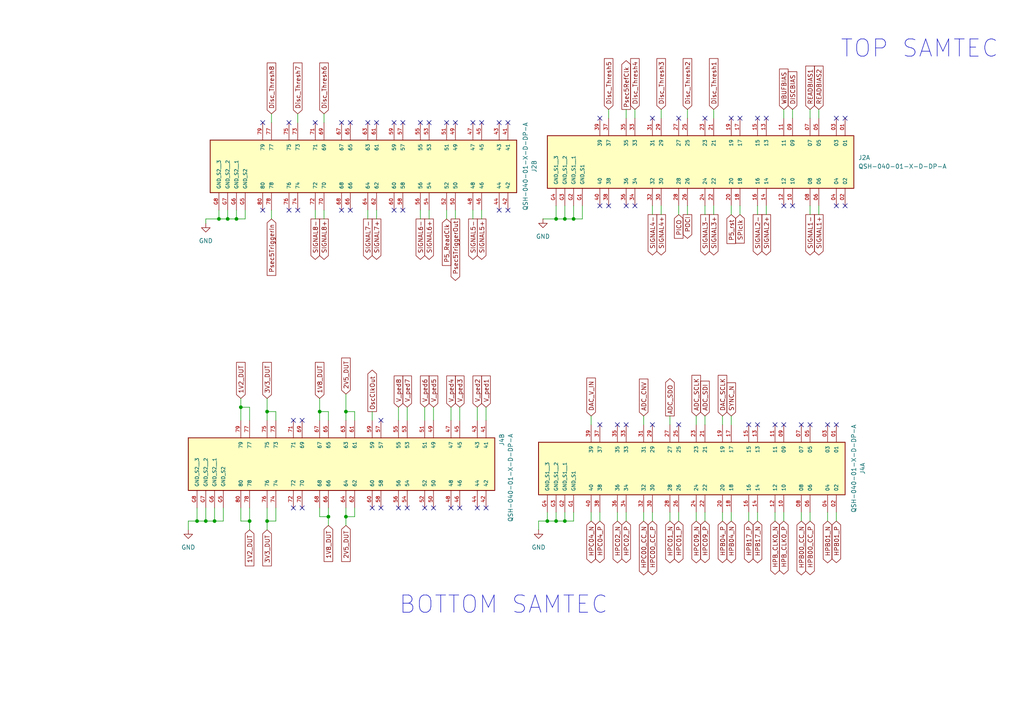
<source format=kicad_sch>
(kicad_sch (version 20250114) (generator "eeschema") (generator_version "9.0")
  (paper "A4")
  (lib_symbols
    (symbol "PSEC5_ctrlbd:QSH-040-01-X-D-DP-A" (pin_names (offset 1.016))
      (property "Reference" "J" (at -7.62 41.275 0))
      (property "Value" "QSH-040-01-X-D-DP-A" (at -11.43 -50.8 0))
      (symbol "QSH-040-01-X-D-DP-A_1_0"
        (rectangle (start -7.62 -48.26) (end 7.62 40.64) (stroke (width 0.254)) (fill (type background)))
        (pin passive line (at -12.7 38.1 0) (length 5.08) (name "01") (number "01"))
        (pin passive line (at -12.7 35.56 0) (length 5.08) (name "03") (number "03"))
        (pin passive line (at -12.7 30.48 0) (length 5.08) (name "05") (number "05"))
        (pin passive line (at -12.7 27.94 0) (length 5.08) (name "07") (number "07"))
        (pin passive line (at -12.7 22.86 0) (length 5.08) (name "09") (number "09"))
        (pin passive line (at -12.7 20.32 0) (length 5.08) (name "11") (number "11"))
        (pin passive line (at -12.7 15.24 0) (length 5.08) (name "13") (number "13"))
        (pin passive line (at -12.7 12.7 0) (length 5.08) (name "15") (number "15"))
        (pin passive line (at -12.7 7.62 0) (length 5.08) (name "17") (number "17"))
        (pin passive line (at -12.7 5.08 0) (length 5.08) (name "19") (number "19"))
        (pin passive line (at -12.7 0 0) (length 5.08) (name "21") (number "21"))
        (pin passive line (at -12.7 -2.54 0) (length 5.08) (name "23") (number "23"))
        (pin passive line (at -12.7 -7.62 0) (length 5.08) (name "25") (number "25"))
        (pin passive line (at -12.7 -10.16 0) (length 5.08) (name "27") (number "27"))
        (pin passive line (at -12.7 -15.24 0) (length 5.08) (name "29") (number "29"))
        (pin passive line (at -12.7 -17.78 0) (length 5.08) (name "31") (number "31"))
        (pin passive line (at -12.7 -22.86 0) (length 5.08) (name "33") (number "33"))
        (pin passive line (at -12.7 -25.4 0) (length 5.08) (name "35") (number "35"))
        (pin passive line (at -12.7 -30.48 0) (length 5.08) (name "37") (number "37"))
        (pin passive line (at -12.7 -33.02 0) (length 5.08) (name "39") (number "39"))
        (pin passive line (at 12.7 38.1 180) (length 5.08) (name "02") (number "02"))
        (pin passive line (at 12.7 35.56 180) (length 5.08) (name "04") (number "04"))
        (pin passive line (at 12.7 30.48 180) (length 5.08) (name "06") (number "06"))
        (pin passive line (at 12.7 27.94 180) (length 5.08) (name "08") (number "08"))
        (pin passive line (at 12.7 22.86 180) (length 5.08) (name "10") (number "10"))
        (pin passive line (at 12.7 20.32 180) (length 5.08) (name "12") (number "12"))
        (pin passive line (at 12.7 15.24 180) (length 5.08) (name "14") (number "14"))
        (pin passive line (at 12.7 12.7 180) (length 5.08) (name "16") (number "16"))
        (pin passive line (at 12.7 7.62 180) (length 5.08) (name "18") (number "18"))
        (pin passive line (at 12.7 5.08 180) (length 5.08) (name "20") (number "20"))
        (pin passive line (at 12.7 0 180) (length 5.08) (name "22") (number "22"))
        (pin passive line (at 12.7 -2.54 180) (length 5.08) (name "24") (number "24"))
        (pin passive line (at 12.7 -7.62 180) (length 5.08) (name "26") (number "26"))
        (pin passive line (at 12.7 -10.16 180) (length 5.08) (name "28") (number "28"))
        (pin passive line (at 12.7 -15.24 180) (length 5.08) (name "30") (number "30"))
        (pin passive line (at 12.7 -17.78 180) (length 5.08) (name "32") (number "32"))
        (pin passive line (at 12.7 -22.86 180) (length 5.08) (name "34") (number "34"))
        (pin passive line (at 12.7 -25.4 180) (length 5.08) (name "36") (number "36"))
        (pin passive line (at 12.7 -30.48 180) (length 5.08) (name "38") (number "38"))
        (pin passive line (at 12.7 -33.02 180) (length 5.08) (name "40") (number "40"))
        (pin power_in line (at 12.7 -38.1 180) (length 5.08) (name "GND_S1") (number "G1"))
        (pin power_in line (at 12.7 -40.64 180) (length 5.08) (name "GND_S1__1") (number "G2"))
        (pin power_in line (at 12.7 -43.18 180) (length 5.08) (name "GND_S1__2") (number "G3"))
        (pin power_in line (at 12.7 -45.72 180) (length 5.08) (name "GND_S1__3") (number "G4"))
      )
      (symbol "QSH-040-01-X-D-DP-A_2_0"
        (rectangle (start -7.62 -48.26) (end 7.62 40.64) (stroke (width 0.254)) (fill (type background)))
        (pin passive line (at -12.7 38.1 0) (length 5.08) (name "41") (number "41"))
        (pin passive line (at -12.7 35.56 0) (length 5.08) (name "43") (number "43"))
        (pin passive line (at -12.7 30.48 0) (length 5.08) (name "45") (number "45"))
        (pin passive line (at -12.7 27.94 0) (length 5.08) (name "47") (number "47"))
        (pin passive line (at -12.7 22.86 0) (length 5.08) (name "49") (number "49"))
        (pin passive line (at -12.7 20.32 0) (length 5.08) (name "51") (number "51"))
        (pin passive line (at -12.7 15.24 0) (length 5.08) (name "53") (number "53"))
        (pin passive line (at -12.7 12.7 0) (length 5.08) (name "55") (number "55"))
        (pin passive line (at -12.7 7.62 0) (length 5.08) (name "57") (number "57"))
        (pin passive line (at -12.7 5.08 0) (length 5.08) (name "59") (number "59"))
        (pin passive line (at -12.7 0 0) (length 5.08) (name "61") (number "61"))
        (pin passive line (at -12.7 -2.54 0) (length 5.08) (name "63") (number "63"))
        (pin passive line (at -12.7 -7.62 0) (length 5.08) (name "65") (number "65"))
        (pin passive line (at -12.7 -10.16 0) (length 5.08) (name "67") (number "67"))
        (pin passive line (at -12.7 -15.24 0) (length 5.08) (name "69") (number "69"))
        (pin passive line (at -12.7 -17.78 0) (length 5.08) (name "71") (number "71"))
        (pin passive line (at -12.7 -22.86 0) (length 5.08) (name "73") (number "73"))
        (pin passive line (at -12.7 -25.4 0) (length 5.08) (name "75") (number "75"))
        (pin passive line (at -12.7 -30.48 0) (length 5.08) (name "77") (number "77"))
        (pin passive line (at -12.7 -33.02 0) (length 5.08) (name "79") (number "79"))
        (pin passive line (at 12.7 38.1 180) (length 5.08) (name "42") (number "42"))
        (pin passive line (at 12.7 35.56 180) (length 5.08) (name "44") (number "44"))
        (pin passive line (at 12.7 30.48 180) (length 5.08) (name "46") (number "46"))
        (pin passive line (at 12.7 27.94 180) (length 5.08) (name "48") (number "48"))
        (pin passive line (at 12.7 22.86 180) (length 5.08) (name "50") (number "50"))
        (pin passive line (at 12.7 20.32 180) (length 5.08) (name "52") (number "52"))
        (pin passive line (at 12.7 15.24 180) (length 5.08) (name "54") (number "54"))
        (pin passive line (at 12.7 12.7 180) (length 5.08) (name "56") (number "56"))
        (pin passive line (at 12.7 7.62 180) (length 5.08) (name "58") (number "58"))
        (pin passive line (at 12.7 5.08 180) (length 5.08) (name "60") (number "60"))
        (pin passive line (at 12.7 0 180) (length 5.08) (name "62") (number "62"))
        (pin passive line (at 12.7 -2.54 180) (length 5.08) (name "64") (number "64"))
        (pin passive line (at 12.7 -7.62 180) (length 5.08) (name "66") (number "66"))
        (pin passive line (at 12.7 -10.16 180) (length 5.08) (name "68") (number "68"))
        (pin passive line (at 12.7 -15.24 180) (length 5.08) (name "70") (number "70"))
        (pin passive line (at 12.7 -17.78 180) (length 5.08) (name "72") (number "72"))
        (pin passive line (at 12.7 -22.86 180) (length 5.08) (name "74") (number "74"))
        (pin passive line (at 12.7 -25.4 180) (length 5.08) (name "76") (number "76"))
        (pin passive line (at 12.7 -30.48 180) (length 5.08) (name "78") (number "78"))
        (pin passive line (at 12.7 -33.02 180) (length 5.08) (name "80") (number "80"))
        (pin power_in line (at 12.7 -38.1 180) (length 5.08) (name "GND_S2") (number "G5"))
        (pin power_in line (at 12.7 -40.64 180) (length 5.08) (name "GND_S2__1") (number "G6"))
        (pin power_in line (at 12.7 -43.18 180) (length 5.08) (name "GND_S2__2") (number "G7"))
        (pin power_in line (at 12.7 -45.72 180) (length 5.08) (name "GND_S2__3") (number "G8"))
      )
    )
    (symbol "power:GND" (power) (pin_numbers (hide yes)) (pin_names (offset 0) (hide yes))
      (property "Value" "GND" (at 0 -3.81 0))
      (symbol "GND_0_1"
        (polyline (pts (xy 0 0) (xy 0 -1.27) (xy 1.27 -1.27) (xy 0 -2.54) (xy -1.27 -1.27) (xy 0 -1.27)))
      )
      (symbol "GND_1_1"
        (pin power_in line (at 0 0 270) (length 0) (name "~") (number "1"))
      )
    )
  )
  (text "BOTTOM SAMTEC\n" (at 146.05 175.514 0) (effects (font (size 5 5))))
  (text "TOP SAMTEC" (at 266.7 14.224 0) (effects (font (size 5 5))))
  (junction (at 161.29 63.5))
  (junction (at 158.75 151.13))
  (junction (at 163.83 63.5))
  (junction (at 163.83 151.13))
  (junction (at 92.71 119.38))
  (junction (at 72.39 151.13))
  (junction (at 62.23 151.13))
  (junction (at 63.5 63.5))
  (junction (at 100.33 119.38))
  (junction (at 66.04 63.5))
  (junction (at 59.69 151.13))
  (junction (at 161.29 151.13))
  (junction (at 166.37 63.5))
  (junction (at 77.47 119.38))
  (junction (at 95.25 149.86))
  (junction (at 68.58 63.5))
  (junction (at 77.47 151.13))
  (junction (at 100.33 149.86))
  (junction (at 69.85 118.11))
  (junction (at 57.15 151.13))
  (no_connect (at 173.99 59.69))
  (no_connect (at 130.81 147.32))
  (no_connect (at 91.44 35.56))
  (no_connect (at 242.57 34.29))
  (no_connect (at 110.49 121.92))
  (no_connect (at 144.78 35.56))
  (no_connect (at 107.95 147.32))
  (no_connect (at 116.84 35.56))
  (no_connect (at 219.71 34.29))
  (no_connect (at 229.87 59.69))
  (no_connect (at 125.73 147.32))
  (no_connect (at 245.11 59.69))
  (no_connect (at 121.92 35.56))
  (no_connect (at 118.11 147.32))
  (no_connect (at 99.06 60.96))
  (no_connect (at 224.79 123.19))
  (no_connect (at 85.09 121.92))
  (no_connect (at 87.63 121.92))
  (no_connect (at 85.09 147.32))
  (no_connect (at 176.53 59.69))
  (no_connect (at 222.25 34.29))
  (no_connect (at 76.2 35.56))
  (no_connect (at 234.95 123.19))
  (no_connect (at 214.63 34.29))
  (no_connect (at 232.41 123.19))
  (no_connect (at 173.99 34.29))
  (no_connect (at 114.3 35.56))
  (no_connect (at 138.43 147.32))
  (no_connect (at 129.54 35.56))
  (no_connect (at 139.7 35.56))
  (no_connect (at 212.09 34.29))
  (no_connect (at 147.32 35.56))
  (no_connect (at 217.17 123.19))
  (no_connect (at 204.47 34.29))
  (no_connect (at 189.23 34.29))
  (no_connect (at 219.71 123.19))
  (no_connect (at 124.46 35.56))
  (no_connect (at 101.6 60.96))
  (no_connect (at 181.61 123.19))
  (no_connect (at 101.6 35.56))
  (no_connect (at 123.19 147.32))
  (no_connect (at 109.22 35.56))
  (no_connect (at 227.33 59.69))
  (no_connect (at 140.97 147.32))
  (no_connect (at 133.35 147.32))
  (no_connect (at 76.2 60.96))
  (no_connect (at 106.68 35.56))
  (no_connect (at 173.99 123.19))
  (no_connect (at 196.85 123.19))
  (no_connect (at 144.78 60.96))
  (no_connect (at 87.63 147.32))
  (no_connect (at 184.15 59.69))
  (no_connect (at 115.57 147.32))
  (no_connect (at 99.06 35.56))
  (no_connect (at 114.3 60.96))
  (no_connect (at 116.84 60.96))
  (no_connect (at 227.33 123.19))
  (no_connect (at 179.07 123.19))
  (no_connect (at 132.08 35.56))
  (no_connect (at 245.11 34.29))
  (no_connect (at 240.03 123.19))
  (no_connect (at 147.32 60.96))
  (no_connect (at 196.85 34.29))
  (no_connect (at 137.16 35.56))
  (no_connect (at 242.57 123.19))
  (no_connect (at 86.36 60.96))
  (no_connect (at 242.57 59.69))
  (no_connect (at 83.82 35.56))
  (no_connect (at 83.82 60.96))
  (no_connect (at 181.61 59.69))
  (no_connect (at 189.23 123.19))
  (no_connect (at 110.49 147.32))
  (wire (pts (xy 69.85 147.32) (xy 69.85 151.13)))
  (wire (pts (xy 237.49 59.69) (xy 237.49 62.23)))
  (wire (pts (xy 161.29 63.5) (xy 163.83 63.5)))
  (wire (pts (xy 189.23 148.59) (xy 189.23 151.13)))
  (wire (pts (xy 209.55 120.65) (xy 209.55 123.19)))
  (wire (pts (xy 118.11 118.11) (xy 118.11 121.92)))
  (wire (pts (xy 133.35 118.11) (xy 133.35 121.92)))
  (wire (pts (xy 199.39 59.69) (xy 199.39 62.23)))
  (wire (pts (xy 229.87 31.75) (xy 229.87 34.29)))
  (wire (pts (xy 95.25 119.38) (xy 92.71 119.38)))
  (wire (pts (xy 77.47 119.38) (xy 77.47 121.92)))
  (wire (pts (xy 194.31 148.59) (xy 194.31 151.13)))
  (wire (pts (xy 217.17 148.59) (xy 217.17 151.13)))
  (wire (pts (xy 204.47 59.69) (xy 204.47 62.23)))
  (wire (pts (xy 163.83 63.5) (xy 166.37 63.5)))
  (wire (pts (xy 196.85 59.69) (xy 196.85 62.23)))
  (wire (pts (xy 227.33 31.75) (xy 227.33 34.29)))
  (wire (pts (xy 137.16 60.96) (xy 137.16 63.5)))
  (wire (pts (xy 69.85 115.57) (xy 69.85 118.11)))
  (wire (pts (xy 125.73 118.11) (xy 125.73 121.92)))
  (wire (pts (xy 163.83 148.59) (xy 163.83 151.13)))
  (wire (pts (xy 63.5 63.5) (xy 66.04 63.5)))
  (wire (pts (xy 100.33 119.38) (xy 100.33 121.92)))
  (wire (pts (xy 191.77 59.69) (xy 191.77 62.23)))
  (wire (pts (xy 212.09 120.65) (xy 212.09 123.19)))
  (wire (pts (xy 92.71 149.86) (xy 95.25 149.86)))
  (wire (pts (xy 102.87 149.86) (xy 100.33 149.86)))
  (wire (pts (xy 80.01 121.92) (xy 80.01 119.38)))
  (wire (pts (xy 80.01 119.38) (xy 77.47 119.38)))
  (wire (pts (xy 54.61 151.13) (xy 54.61 153.67)))
  (wire (pts (xy 138.43 118.11) (xy 138.43 121.92)))
  (wire (pts (xy 219.71 59.69) (xy 219.71 62.23)))
  (wire (pts (xy 166.37 59.69) (xy 166.37 63.5)))
  (wire (pts (xy 115.57 118.11) (xy 115.57 121.92)))
  (wire (pts (xy 158.75 151.13) (xy 161.29 151.13)))
  (wire (pts (xy 184.15 31.75) (xy 184.15 34.29)))
  (wire (pts (xy 168.91 59.69) (xy 168.91 63.5)))
  (wire (pts (xy 129.54 60.96) (xy 129.54 63.5)))
  (wire (pts (xy 72.39 118.11) (xy 69.85 118.11)))
  (wire (pts (xy 173.99 148.59) (xy 173.99 151.13)))
  (wire (pts (xy 78.74 60.96) (xy 78.74 63.5)))
  (wire (pts (xy 59.69 151.13) (xy 57.15 151.13)))
  (wire (pts (xy 64.77 151.13) (xy 62.23 151.13)))
  (wire (pts (xy 100.33 149.86) (xy 100.33 147.32)))
  (wire (pts (xy 72.39 151.13) (xy 72.39 153.67)))
  (wire (pts (xy 80.01 147.32) (xy 80.01 151.13)))
  (wire (pts (xy 66.04 60.96) (xy 66.04 63.5)))
  (wire (pts (xy 72.39 121.92) (xy 72.39 118.11)))
  (wire (pts (xy 64.77 147.32) (xy 64.77 151.13)))
  (wire (pts (xy 209.55 148.59) (xy 209.55 151.13)))
  (wire (pts (xy 124.46 60.96) (xy 124.46 63.5)))
  (wire (pts (xy 59.69 63.5) (xy 63.5 63.5)))
  (wire (pts (xy 158.75 148.59) (xy 158.75 151.13)))
  (wire (pts (xy 102.87 147.32) (xy 102.87 149.86)))
  (wire (pts (xy 157.48 63.5) (xy 161.29 63.5)))
  (wire (pts (xy 123.19 118.11) (xy 123.19 121.92)))
  (wire (pts (xy 176.53 31.75) (xy 176.53 34.29)))
  (wire (pts (xy 166.37 148.59) (xy 166.37 151.13)))
  (wire (pts (xy 161.29 151.13) (xy 163.83 151.13)))
  (wire (pts (xy 59.69 63.5) (xy 59.69 64.77)))
  (wire (pts (xy 196.85 148.59) (xy 196.85 151.13)))
  (wire (pts (xy 59.69 147.32) (xy 59.69 151.13)))
  (wire (pts (xy 234.95 59.69) (xy 234.95 62.23)))
  (wire (pts (xy 186.69 148.59) (xy 186.69 151.13)))
  (wire (pts (xy 93.98 60.96) (xy 93.98 63.5)))
  (wire (pts (xy 71.12 60.96) (xy 71.12 63.5)))
  (wire (pts (xy 95.25 149.86) (xy 95.25 147.32)))
  (wire (pts (xy 207.01 31.75) (xy 207.01 34.29)))
  (wire (pts (xy 100.33 119.38) (xy 102.87 119.38)))
  (wire (pts (xy 140.97 118.11) (xy 140.97 121.92)))
  (wire (pts (xy 242.57 148.59) (xy 242.57 151.13)))
  (wire (pts (xy 92.71 115.57) (xy 92.71 119.38)))
  (wire (pts (xy 93.98 33.02) (xy 93.98 35.56)))
  (wire (pts (xy 181.61 148.59) (xy 181.61 151.13)))
  (wire (pts (xy 77.47 151.13) (xy 77.47 147.32)))
  (wire (pts (xy 189.23 59.69) (xy 189.23 62.23)))
  (wire (pts (xy 199.39 31.75) (xy 199.39 34.29)))
  (wire (pts (xy 156.21 151.13) (xy 156.21 153.67)))
  (wire (pts (xy 212.09 59.69) (xy 212.09 62.23)))
  (wire (pts (xy 66.04 63.5) (xy 68.58 63.5)))
  (wire (pts (xy 100.33 149.86) (xy 100.33 152.4)))
  (wire (pts (xy 232.41 148.59) (xy 232.41 151.13)))
  (wire (pts (xy 234.95 31.75) (xy 234.95 34.29)))
  (wire (pts (xy 102.87 121.92) (xy 102.87 119.38)))
  (wire (pts (xy 130.81 118.11) (xy 130.81 121.92)))
  (wire (pts (xy 201.93 148.59) (xy 201.93 151.13)))
  (wire (pts (xy 109.22 60.96) (xy 109.22 63.5)))
  (wire (pts (xy 72.39 147.32) (xy 72.39 151.13)))
  (wire (pts (xy 171.45 148.59) (xy 171.45 151.13)))
  (wire (pts (xy 106.68 60.96) (xy 106.68 63.5)))
  (wire (pts (xy 77.47 151.13) (xy 77.47 153.67)))
  (wire (pts (xy 68.58 63.5) (xy 71.12 63.5)))
  (wire (pts (xy 163.83 59.69) (xy 163.83 63.5)))
  (wire (pts (xy 78.74 33.02) (xy 78.74 35.56)))
  (wire (pts (xy 107.95 119.38) (xy 107.95 121.92)))
  (wire (pts (xy 69.85 151.13) (xy 72.39 151.13)))
  (wire (pts (xy 224.79 148.59) (xy 224.79 151.13)))
  (wire (pts (xy 80.01 151.13) (xy 77.47 151.13)))
  (wire (pts (xy 222.25 59.69) (xy 222.25 62.23)))
  (wire (pts (xy 161.29 148.59) (xy 161.29 151.13)))
  (wire (pts (xy 201.93 120.65) (xy 201.93 123.19)))
  (wire (pts (xy 181.61 31.75) (xy 181.61 34.29)))
  (wire (pts (xy 171.45 120.65) (xy 171.45 123.19)))
  (wire (pts (xy 212.09 148.59) (xy 212.09 151.13)))
  (wire (pts (xy 204.47 148.59) (xy 204.47 151.13)))
  (wire (pts (xy 139.7 60.96) (xy 139.7 63.5)))
  (wire (pts (xy 57.15 151.13) (xy 54.61 151.13)))
  (wire (pts (xy 186.69 120.65) (xy 186.69 123.19)))
  (wire (pts (xy 92.71 147.32) (xy 92.71 149.86)))
  (wire (pts (xy 166.37 63.5) (xy 168.91 63.5)))
  (wire (pts (xy 121.92 60.96) (xy 121.92 63.5)))
  (wire (pts (xy 62.23 151.13) (xy 59.69 151.13)))
  (wire (pts (xy 68.58 60.96) (xy 68.58 63.5)))
  (wire (pts (xy 240.03 148.59) (xy 240.03 151.13)))
  (wire (pts (xy 161.29 59.69) (xy 161.29 63.5)))
  (wire (pts (xy 95.25 149.86) (xy 95.25 152.4)))
  (wire (pts (xy 194.31 120.65) (xy 194.31 123.19)))
  (wire (pts (xy 237.49 31.75) (xy 237.49 34.29)))
  (wire (pts (xy 63.5 60.96) (xy 63.5 63.5)))
  (wire (pts (xy 95.25 121.92) (xy 95.25 119.38)))
  (wire (pts (xy 163.83 151.13) (xy 166.37 151.13)))
  (wire (pts (xy 234.95 148.59) (xy 234.95 151.13)))
  (wire (pts (xy 69.85 118.11) (xy 69.85 121.92)))
  (wire (pts (xy 179.07 148.59) (xy 179.07 151.13)))
  (wire (pts (xy 100.33 114.3) (xy 100.33 119.38)))
  (wire (pts (xy 191.77 31.75) (xy 191.77 34.29)))
  (wire (pts (xy 204.47 120.65) (xy 204.47 123.19)))
  (wire (pts (xy 92.71 119.38) (xy 92.71 121.92)))
  (wire (pts (xy 57.15 147.32) (xy 57.15 151.13)))
  (wire (pts (xy 214.63 59.69) (xy 214.63 62.23)))
  (wire (pts (xy 77.47 115.57) (xy 77.47 119.38)))
  (wire (pts (xy 86.36 33.02) (xy 86.36 35.56)))
  (wire (pts (xy 227.33 148.59) (xy 227.33 151.13)))
  (wire (pts (xy 91.44 60.96) (xy 91.44 63.5)))
  (wire (pts (xy 132.08 60.96) (xy 132.08 63.5)))
  (wire (pts (xy 207.01 59.69) (xy 207.01 62.23)))
  (wire (pts (xy 156.21 151.13) (xy 158.75 151.13)))
  (wire (pts (xy 219.71 148.59) (xy 219.71 151.13)))
  (wire (pts (xy 62.23 147.32) (xy 62.23 151.13)))
  (global_label "Psec5TriggerIn" (shape input) (at 78.74 63.5 270) (property "Intersheetrefs" "${INTERSHEET_REFS}" (effects (hide yes))))
  (global_label "1V8_DUT" (shape input) (at 95.25 152.4 270) (property "Intersheetrefs" "${INTERSHEET_REFS}" (effects (hide yes))))
  (global_label "3V3_DUT" (shape input) (at 77.47 153.67 270) (property "Intersheetrefs" "${INTERSHEET_REFS}" (effects (hide yes))))
  (global_label "HPC04_P" (shape bidirectional) (at 173.99 151.13 270) (property "Intersheetrefs" "${INTERSHEET_REFS}" (effects (hide yes))))
  (global_label "SIGNAL4+" (shape output) (at 191.77 62.23 270) (property "Intersheetrefs" "${INTERSHEET_REFS}" (effects (hide yes))))
  (global_label "HPB01_P" (shape bidirectional) (at 242.57 151.13 270) (property "Intersheetrefs" "${INTERSHEET_REFS}" (effects (hide yes))))
  (global_label "POCI" (shape output) (at 199.39 62.23 270) (property "Intersheetrefs" "${INTERSHEET_REFS}" (effects (hide yes))))
  (global_label "HPB17_N" (shape bidirectional) (at 219.71 151.13 270) (property "Intersheetrefs" "${INTERSHEET_REFS}" (effects (hide yes))))
  (global_label "V_ped6" (shape input) (at 123.19 118.11 90) (property "Intersheetrefs" "${INTERSHEET_REFS}" (effects (hide yes))))
  (global_label "HPC09_P" (shape bidirectional) (at 204.47 151.13 270) (property "Intersheetrefs" "${INTERSHEET_REFS}" (effects (hide yes))))
  (global_label "HPB00_CC_N" (shape bidirectional) (at 232.41 151.13 270) (property "Intersheetrefs" "${INTERSHEET_REFS}" (effects (hide yes))))
  (global_label "HPC01_P" (shape bidirectional) (at 196.85 151.13 270) (property "Intersheetrefs" "${INTERSHEET_REFS}" (effects (hide yes))))
  (global_label "SIGNAL1+" (shape output) (at 237.49 62.23 270) (property "Intersheetrefs" "${INTERSHEET_REFS}" (effects (hide yes))))
  (global_label "ADC_SDI" (shape input) (at 204.47 120.65 90) (property "Intersheetrefs" "${INTERSHEET_REFS}" (effects (hide yes))))
  (global_label "WBUFBIAS" (shape input) (at 227.33 31.75 90) (property "Intersheetrefs" "${INTERSHEET_REFS}" (effects (hide yes))))
  (global_label "SIGNAL4-" (shape output) (at 189.23 62.23 270) (property "Intersheetrefs" "${INTERSHEET_REFS}" (effects (hide yes))))
  (global_label "DISCBIAS" (shape input) (at 229.87 31.75 90) (property "Intersheetrefs" "${INTERSHEET_REFS}" (effects (hide yes))))
  (global_label "READBIAS2" (shape input) (at 237.49 31.75 90) (property "Intersheetrefs" "${INTERSHEET_REFS}" (effects (hide yes))))
  (global_label "V_ped8" (shape input) (at 115.57 118.11 90) (property "Intersheetrefs" "${INTERSHEET_REFS}" (effects (hide yes))))
  (global_label "HPC09_N" (shape bidirectional) (at 201.93 151.13 270) (property "Intersheetrefs" "${INTERSHEET_REFS}" (effects (hide yes))))
  (global_label "2V5_DUT" (shape input) (at 100.33 114.3 90) (property "Intersheetrefs" "${INTERSHEET_REFS}" (effects (hide yes))))
  (global_label "SIGNAL2+" (shape output) (at 222.25 62.23 270) (property "Intersheetrefs" "${INTERSHEET_REFS}" (effects (hide yes))))
  (global_label "SIGNAL2-" (shape output) (at 219.71 62.23 270) (property "Intersheetrefs" "${INTERSHEET_REFS}" (effects (hide yes))))
  (global_label "SIGNAL3+" (shape output) (at 207.01 62.23 270) (property "Intersheetrefs" "${INTERSHEET_REFS}" (effects (hide yes))))
  (global_label "V_ped3" (shape input) (at 133.35 118.11 90) (property "Intersheetrefs" "${INTERSHEET_REFS}" (effects (hide yes))))
  (global_label "1V2_DUT" (shape input) (at 69.85 115.57 90) (property "Intersheetrefs" "${INTERSHEET_REFS}" (effects (hide yes))))
  (global_label "1V2_DUT" (shape input) (at 72.39 153.67 270) (property "Intersheetrefs" "${INTERSHEET_REFS}" (effects (hide yes))))
  (global_label "2V5_DUT" (shape input) (at 100.33 152.4 270) (property "Intersheetrefs" "${INTERSHEET_REFS}" (effects (hide yes))))
  (global_label "Disc_Thresh2" (shape input) (at 199.39 31.75 90) (property "Intersheetrefs" "${INTERSHEET_REFS}" (effects (hide yes))))
  (global_label "READBIAS1" (shape input) (at 234.95 31.75 90) (property "Intersheetrefs" "${INTERSHEET_REFS}" (effects (hide yes))))
  (global_label "Disc_Thresh7" (shape input) (at 86.36 33.02 90) (property "Intersheetrefs" "${INTERSHEET_REFS}" (effects (hide yes))))
  (global_label "SIGNAL3-" (shape output) (at 204.47 62.23 270) (property "Intersheetrefs" "${INTERSHEET_REFS}" (effects (hide yes))))
  (global_label "V_ped1" (shape input) (at 140.97 118.11 90) (property "Intersheetrefs" "${INTERSHEET_REFS}" (effects (hide yes))))
  (global_label "SIGNAL6-" (shape output) (at 121.92 63.5 270) (property "Intersheetrefs" "${INTERSHEET_REFS}" (effects (hide yes))))
  (global_label "P5_rst" (shape input) (at 212.09 62.23 270) (property "Intersheetrefs" "${INTERSHEET_REFS}" (effects (hide yes))))
  (global_label "V_ped4" (shape input) (at 130.81 118.11 90) (property "Intersheetrefs" "${INTERSHEET_REFS}" (effects (hide yes))))
  (global_label "HPB17_P" (shape bidirectional) (at 217.17 151.13 270) (property "Intersheetrefs" "${INTERSHEET_REFS}" (effects (hide yes))))
  (global_label "Disc_Thresh6" (shape input) (at 93.98 33.02 90) (property "Intersheetrefs" "${INTERSHEET_REFS}" (effects (hide yes))))
  (global_label "V_ped2" (shape input) (at 138.43 118.11 90) (property "Intersheetrefs" "${INTERSHEET_REFS}" (effects (hide yes))))
  (global_label "SPIclk" (shape input) (at 214.63 62.23 270) (property "Intersheetrefs" "${INTERSHEET_REFS}" (effects (hide yes))))
  (global_label "HPC02_N" (shape bidirectional) (at 179.07 151.13 270) (property "Intersheetrefs" "${INTERSHEET_REFS}" (effects (hide yes))))
  (global_label "SIGNAL7+" (shape output) (at 109.22 63.5 270) (property "Intersheetrefs" "${INTERSHEET_REFS}" (effects (hide yes))))
  (global_label "HPB00_CC_P" (shape bidirectional) (at 234.95 151.13 270) (property "Intersheetrefs" "${INTERSHEET_REFS}" (effects (hide yes))))
  (global_label "HPC04_N" (shape bidirectional) (at 171.45 151.13 270) (property "Intersheetrefs" "${INTERSHEET_REFS}" (effects (hide yes))))
  (global_label "SIGNAL5-" (shape output) (at 137.16 63.5 270) (property "Intersheetrefs" "${INTERSHEET_REFS}" (effects (hide yes))))
  (global_label "HPC01_N" (shape bidirectional) (at 194.31 151.13 270) (property "Intersheetrefs" "${INTERSHEET_REFS}" (effects (hide yes))))
  (global_label "Psec5RefClk" (shape output) (at 181.61 31.75 90) (property "Intersheetrefs" "${INTERSHEET_REFS}" (effects (hide yes))))
  (global_label "Disc_Thresh8" (shape input) (at 78.74 33.02 90) (property "Intersheetrefs" "${INTERSHEET_REFS}" (effects (hide yes))))
  (global_label "HPB_CLK0_P" (shape bidirectional) (at 227.33 151.13 270) (property "Intersheetrefs" "${INTERSHEET_REFS}" (effects (hide yes))))
  (global_label "ADC_SCLK" (shape input) (at 201.93 120.65 90) (property "Intersheetrefs" "${INTERSHEET_REFS}" (effects (hide yes))))
  (global_label "ADC_CNV" (shape input) (at 186.69 120.65 90) (property "Intersheetrefs" "${INTERSHEET_REFS}" (effects (hide yes))))
  (global_label "Disc_Thresh3" (shape input) (at 191.77 31.75 90) (property "Intersheetrefs" "${INTERSHEET_REFS}" (effects (hide yes))))
  (global_label "HPB04_N" (shape bidirectional) (at 212.09 151.13 270) (property "Intersheetrefs" "${INTERSHEET_REFS}" (effects (hide yes))))
  (global_label "P5_ReadClk" (shape input) (at 129.54 63.5 270) (property "Intersheetrefs" "${INTERSHEET_REFS}" (effects (hide yes))))
  (global_label "HPB04_P" (shape bidirectional) (at 209.55 151.13 270) (property "Intersheetrefs" "${INTERSHEET_REFS}" (effects (hide yes))))
  (global_label "SIGNAL7-" (shape output) (at 106.68 63.5 270) (property "Intersheetrefs" "${INTERSHEET_REFS}" (effects (hide yes))))
  (global_label "HPB01_N" (shape bidirectional) (at 240.03 151.13 270) (property "Intersheetrefs" "${INTERSHEET_REFS}" (effects (hide yes))))
  (global_label "1V8_DUT" (shape input) (at 92.71 115.57 90) (property "Intersheetrefs" "${INTERSHEET_REFS}" (effects (hide yes))))
  (global_label "SIGNAL8+" (shape output) (at 93.98 63.5 270) (property "Intersheetrefs" "${INTERSHEET_REFS}" (effects (hide yes))))
  (global_label "Disc_Thresh4" (shape input) (at 184.15 31.75 90) (property "Intersheetrefs" "${INTERSHEET_REFS}" (effects (hide yes))))
  (global_label "OscClkOut" (shape output) (at 107.95 119.38 90) (property "Intersheetrefs" "${INTERSHEET_REFS}" (effects (hide yes))))
  (global_label "Psec5TriggerOut" (shape output) (at 132.08 63.5 270) (property "Intersheetrefs" "${INTERSHEET_REFS}" (effects (hide yes))))
  (global_label "HPC00_CC_N" (shape bidirectional) (at 186.69 151.13 270) (property "Intersheetrefs" "${INTERSHEET_REFS}" (effects (hide yes))))
  (global_label "DAC_SCLK" (shape input) (at 209.55 120.65 90) (property "Intersheetrefs" "${INTERSHEET_REFS}" (effects (hide yes))))
  (global_label "SYNC_N" (shape input) (at 212.09 120.65 90) (property "Intersheetrefs" "${INTERSHEET_REFS}" (effects (hide yes))))
  (global_label "V_ped7" (shape input) (at 118.11 118.11 90) (property "Intersheetrefs" "${INTERSHEET_REFS}" (effects (hide yes))))
  (global_label "SIGNAL8-" (shape output) (at 91.44 63.5 270) (property "Intersheetrefs" "${INTERSHEET_REFS}" (effects (hide yes))))
  (global_label "HPC00_CC_P" (shape bidirectional) (at 189.23 151.13 270) (property "Intersheetrefs" "${INTERSHEET_REFS}" (effects (hide yes))))
  (global_label "SIGNAL5+" (shape output) (at 139.7 63.5 270) (property "Intersheetrefs" "${INTERSHEET_REFS}" (effects (hide yes))))
  (global_label "DAC_V_IN" (shape input) (at 171.45 120.65 90) (property "Intersheetrefs" "${INTERSHEET_REFS}" (effects (hide yes))))
  (global_label "HPC02_P" (shape bidirectional) (at 181.61 151.13 270) (property "Intersheetrefs" "${INTERSHEET_REFS}" (effects (hide yes))))
  (global_label "Disc_Thresh1" (shape input) (at 207.01 31.75 90) (property "Intersheetrefs" "${INTERSHEET_REFS}" (effects (hide yes))))
  (global_label "3V3_DUT" (shape input) (at 77.47 115.57 90) (property "Intersheetrefs" "${INTERSHEET_REFS}" (effects (hide yes))))
  (global_label "HPB_CLK0_N" (shape bidirectional) (at 224.79 151.13 270) (property "Intersheetrefs" "${INTERSHEET_REFS}" (effects (hide yes))))
  (global_label "ADC_SDO" (shape output) (at 194.31 120.65 90) (property "Intersheetrefs" "${INTERSHEET_REFS}" (effects (hide yes))))
  (global_label "SIGNAL6+" (shape output) (at 124.46 63.5 270) (property "Intersheetrefs" "${INTERSHEET_REFS}" (effects (hide yes))))
  (global_label "V_ped5" (shape input) (at 125.73 118.11 90) (property "Intersheetrefs" "${INTERSHEET_REFS}" (effects (hide yes))))
  (global_label "SIGNAL1-" (shape output) (at 234.95 62.23 270) (property "Intersheetrefs" "${INTERSHEET_REFS}" (effects (hide yes))))
  (global_label "Disc_Thresh5" (shape input) (at 176.53 31.75 90) (property "Intersheetrefs" "${INTERSHEET_REFS}" (effects (hide yes))))
  (global_label "PICO" (shape input) (at 196.85 62.23 270) (property "Intersheetrefs" "${INTERSHEET_REFS}" (effects (hide yes))))
  (symbol (lib_id "PSEC5_ctrlbd:QSH-040-01-X-D-DP-A") (at 207.01 46.99 270) (unit 1)
    (property "Reference" "J2" (at 248.92 45.7199 90) (effects (justify left)))
    (property "Value" "QSH-040-01-X-D-DP-A" (at 248.92 48.2599 90) (effects (justify left)))
    (property "Footprint" "QSH-040-01-L-D-DP-A:SAMTEC_QSH-040-01-X-D-DP-A" (effects (hide yes)))
    (property "PARTREV" "M" (effects (hide yes)))
    (property "STANDARD" "Manufacturer Recommendations" (effects (hide yes)))
    (property "MAXIMUM_PACKAGE_HEIGHT" "3.327mm" (effects (hide yes)))
    (property "MANUFACTURER" "Samtec" (effects (hide yes)))
  )
  (symbol (lib_id "power:GND") (at 54.61 153.67 0) (unit 1)
    (property "Reference" "#PWR03" (effects (hide yes)))
    (property "Value" "GND" (at 54.61 158.75 0))
    (property "Description" "Power symbol creates a global label with name \"GND\" , ground" (effects (hide yes)))
  )
  (symbol (lib_id "power:GND") (at 156.21 153.67 0) (unit 1)
    (property "Reference" "#PWR02" (effects (hide yes)))
    (property "Value" "GND" (at 156.21 158.75 0))
    (property "Description" "Power symbol creates a global label with name \"GND\" , ground" (effects (hide yes)))
  )
  (symbol (lib_id "PSEC5_ctrlbd:QSH-040-01-X-D-DP-A") (at 109.22 48.26 270) (unit 2)
    (property "Reference" "J2" (at 154.94 48.26 0))
    (property "Value" "QSH-040-01-X-D-DP-A" (at 152.4 48.26 0))
    (property "Footprint" "QSH-040-01-L-D-DP-A:SAMTEC_QSH-040-01-X-D-DP-A" (effects (hide yes)))
    (property "PARTREV" "M" (effects (hide yes)))
    (property "STANDARD" "Manufacturer Recommendations" (effects (hide yes)))
    (property "MAXIMUM_PACKAGE_HEIGHT" "3.327mm" (effects (hide yes)))
    (property "MANUFACTURER" "Samtec" (effects (hide yes)))
  )
  (symbol (lib_id "power:GND") (at 157.48 63.5 0) (unit 1)
    (property "Reference" "#PWR017" (effects (hide yes)))
    (property "Value" "GND" (at 157.48 68.58 0))
    (property "Description" "Power symbol creates a global label with name \"GND\" , ground" (effects (hide yes)))
  )
  (symbol (lib_id "PSEC5_ctrlbd:QSH-040-01-X-D-DP-A") (at 102.87 134.62 270) (unit 2)
    (property "Reference" "J4" (at 145.542 125.73 0) (effects (justify left)))
    (property "Value" "QSH-040-01-X-D-DP-A" (at 148.082 125.73 0) (effects (justify left)))
    (property "Footprint" "QSH-040-01-L-D-DP-A:SAMTEC_QSH-040-01-X-D-DP-A" (effects (hide yes)))
    (property "PARTREV" "M" (effects (hide yes)))
    (property "STANDARD" "Manufacturer Recommendations" (effects (hide yes)))
    (property "MAXIMUM_PACKAGE_HEIGHT" "3.327mm" (effects (hide yes)))
    (property "MANUFACTURER" "Samtec" (effects (hide yes)))
  )
  (symbol (lib_id "PSEC5_ctrlbd:QSH-040-01-X-D-DP-A") (at 204.47 135.89 270) (unit 1)
    (property "Reference" "J4" (at 250.19 135.89 0))
    (property "Value" "QSH-040-01-X-D-DP-A" (at 247.65 135.89 0))
    (property "Footprint" "QSH-040-01-L-D-DP-A:SAMTEC_QSH-040-01-X-D-DP-A" (effects (hide yes)))
    (property "PARTREV" "M" (effects (hide yes)))
    (property "STANDARD" "Manufacturer Recommendations" (effects (hide yes)))
    (property "MAXIMUM_PACKAGE_HEIGHT" "3.327mm" (effects (hide yes)))
    (property "MANUFACTURER" "Samtec" (effects (hide yes)))
  )
  (symbol (lib_id "power:GND") (at 59.69 64.77 0) (unit 1)
    (property "Reference" "#PWR09" (effects (hide yes)))
    (property "Value" "GND" (at 59.69 69.85 0))
    (property "Description" "Power symbol creates a global label with name \"GND\" , ground" (effects (hide yes)))
  )
)
</source>
